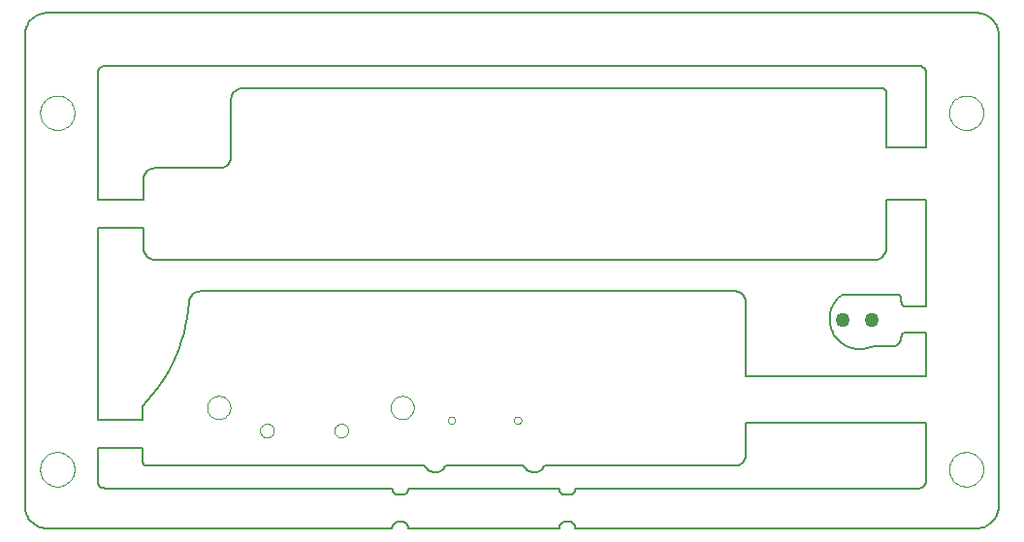
<source format=gbp>
G75*
G70*
%OFA0B0*%
%FSLAX24Y24*%
%IPPOS*%
%LPD*%
%AMOC8*
5,1,8,0,0,1.08239X$1,22.5*
%
%ADD10C,0.0050*%
%ADD11C,0.0000*%
%ADD12C,0.0500*%
D10*
X001677Y000927D02*
X013545Y000927D01*
X013545Y000955D01*
X013549Y000983D01*
X013556Y001010D01*
X013567Y001036D01*
X013581Y001060D01*
X013598Y001082D01*
X013618Y001102D01*
X013640Y001119D01*
X013664Y001133D01*
X013690Y001144D01*
X013717Y001151D01*
X013745Y001155D01*
X013895Y001155D01*
X013923Y001151D01*
X013950Y001144D01*
X013976Y001133D01*
X014000Y001119D01*
X014022Y001102D01*
X014042Y001082D01*
X014059Y001060D01*
X014073Y001036D01*
X014084Y001010D01*
X014091Y000983D01*
X014095Y000955D01*
X014095Y000927D01*
X019282Y000927D01*
X019282Y000955D01*
X019286Y000983D01*
X019293Y001010D01*
X019304Y001036D01*
X019318Y001060D01*
X019335Y001082D01*
X019355Y001102D01*
X019377Y001119D01*
X019401Y001133D01*
X019427Y001144D01*
X019454Y001151D01*
X019482Y001155D01*
X019632Y001155D01*
X019632Y001156D02*
X019661Y001152D01*
X019688Y001145D01*
X019714Y001135D01*
X019739Y001121D01*
X019762Y001104D01*
X019782Y001084D01*
X019800Y001062D01*
X019814Y001037D01*
X019826Y001011D01*
X019833Y000984D01*
X019837Y000956D01*
X019838Y000928D01*
X019837Y000927D02*
X033631Y000927D01*
X033630Y000927D02*
X033684Y000929D01*
X033738Y000934D01*
X033791Y000943D01*
X033844Y000956D01*
X033895Y000973D01*
X033945Y000993D01*
X033993Y001017D01*
X034040Y001044D01*
X034085Y001075D01*
X034127Y001108D01*
X034167Y001145D01*
X034204Y001184D01*
X034238Y001226D01*
X034269Y001270D01*
X034297Y001316D01*
X034321Y001364D01*
X034342Y001414D01*
X034360Y001465D01*
X034374Y001517D01*
X034384Y001570D01*
X034390Y001624D01*
X034392Y001677D01*
X034392Y017896D01*
X034392Y017895D02*
X034390Y017949D01*
X034383Y018003D01*
X034373Y018056D01*
X034360Y018108D01*
X034342Y018159D01*
X034321Y018209D01*
X034297Y018257D01*
X034269Y018303D01*
X034237Y018347D01*
X034203Y018388D01*
X034166Y018427D01*
X034126Y018464D01*
X034084Y018497D01*
X034040Y018528D01*
X033993Y018555D01*
X033945Y018578D01*
X033895Y018599D01*
X033843Y018615D01*
X033791Y018628D01*
X033738Y018637D01*
X033684Y018643D01*
X033631Y018644D01*
X001677Y018644D01*
X001624Y018642D01*
X001570Y018637D01*
X001518Y018627D01*
X001466Y018614D01*
X001415Y018597D01*
X001366Y018577D01*
X001318Y018553D01*
X001272Y018526D01*
X001228Y018495D01*
X001186Y018462D01*
X001147Y018425D01*
X001111Y018386D01*
X001077Y018345D01*
X001046Y018301D01*
X001019Y018255D01*
X000995Y018207D01*
X000975Y018158D01*
X000958Y018107D01*
X000944Y018055D01*
X000935Y018003D01*
X000929Y017949D01*
X000927Y017896D01*
X000927Y001677D01*
X000929Y001623D01*
X000935Y001570D01*
X000944Y001518D01*
X000957Y001466D01*
X000974Y001415D01*
X000995Y001365D01*
X001019Y001318D01*
X001046Y001272D01*
X001077Y001228D01*
X001110Y001186D01*
X001147Y001147D01*
X001186Y001110D01*
X001228Y001077D01*
X001272Y001046D01*
X001318Y001019D01*
X001365Y000995D01*
X001415Y000974D01*
X001466Y000957D01*
X001518Y000944D01*
X001570Y000935D01*
X001623Y000929D01*
X001677Y000927D01*
X003677Y002305D02*
X013545Y002305D01*
X013545Y002277D01*
X013549Y002249D01*
X013556Y002222D01*
X013567Y002196D01*
X013581Y002172D01*
X013598Y002150D01*
X013618Y002130D01*
X013640Y002113D01*
X013664Y002099D01*
X013690Y002088D01*
X013717Y002081D01*
X013745Y002077D01*
X013895Y002077D01*
X013923Y002081D01*
X013950Y002088D01*
X013976Y002099D01*
X014000Y002113D01*
X014022Y002130D01*
X014042Y002150D01*
X014059Y002172D01*
X014073Y002196D01*
X014084Y002222D01*
X014091Y002249D01*
X014095Y002277D01*
X014095Y002305D01*
X019282Y002305D01*
X019282Y002277D01*
X019286Y002249D01*
X019293Y002222D01*
X019304Y002196D01*
X019318Y002172D01*
X019335Y002150D01*
X019355Y002130D01*
X019377Y002113D01*
X019401Y002099D01*
X019427Y002088D01*
X019454Y002081D01*
X019482Y002077D01*
X019632Y002077D01*
X019661Y002081D01*
X019688Y002088D01*
X019714Y002098D01*
X019739Y002112D01*
X019762Y002129D01*
X019782Y002149D01*
X019800Y002171D01*
X019814Y002196D01*
X019826Y002222D01*
X019833Y002249D01*
X019837Y002277D01*
X019838Y002305D01*
X019837Y002305D02*
X031642Y002305D01*
X031672Y002307D01*
X031702Y002312D01*
X031731Y002321D01*
X031758Y002334D01*
X031784Y002349D01*
X031808Y002368D01*
X031829Y002389D01*
X031848Y002413D01*
X031863Y002439D01*
X031876Y002466D01*
X031885Y002495D01*
X031890Y002525D01*
X031892Y002555D01*
X031892Y004570D01*
X025710Y004570D01*
X025710Y003477D01*
X025708Y003438D01*
X025702Y003399D01*
X025693Y003361D01*
X025680Y003324D01*
X025663Y003288D01*
X025643Y003255D01*
X025619Y003223D01*
X025593Y003194D01*
X025564Y003168D01*
X025532Y003144D01*
X025499Y003124D01*
X025463Y003107D01*
X025426Y003094D01*
X025388Y003085D01*
X025349Y003079D01*
X025310Y003077D01*
X018790Y003077D01*
X018770Y003043D01*
X018747Y003011D01*
X018721Y002981D01*
X018692Y002954D01*
X018661Y002930D01*
X018628Y002908D01*
X018593Y002890D01*
X018556Y002876D01*
X018518Y002865D01*
X018479Y002857D01*
X018440Y002853D01*
X018400Y002853D01*
X018361Y002857D01*
X018322Y002865D01*
X018284Y002876D01*
X018247Y002890D01*
X018212Y002908D01*
X018179Y002930D01*
X018148Y002954D01*
X018119Y002981D01*
X018093Y003011D01*
X018070Y003043D01*
X018050Y003077D01*
X015390Y003077D01*
X015370Y003043D01*
X015347Y003011D01*
X015321Y002981D01*
X015292Y002954D01*
X015261Y002930D01*
X015228Y002908D01*
X015193Y002890D01*
X015156Y002876D01*
X015118Y002865D01*
X015079Y002857D01*
X015040Y002853D01*
X015000Y002853D01*
X014961Y002857D01*
X014922Y002865D01*
X014884Y002876D01*
X014847Y002890D01*
X014812Y002908D01*
X014779Y002930D01*
X014748Y002954D01*
X014719Y002981D01*
X014693Y003011D01*
X014670Y003043D01*
X014650Y003077D01*
X005110Y003077D01*
X005085Y003082D01*
X005062Y003091D01*
X005039Y003103D01*
X005019Y003118D01*
X005001Y003136D01*
X004986Y003156D01*
X004974Y003178D01*
X004965Y003202D01*
X004960Y003227D01*
X004958Y003252D01*
X004960Y003277D01*
X004960Y003683D01*
X003427Y003683D01*
X003427Y002527D01*
X003431Y002499D01*
X003438Y002471D01*
X003448Y002444D01*
X003461Y002419D01*
X003477Y002396D01*
X003496Y002374D01*
X003517Y002355D01*
X003541Y002339D01*
X003566Y002326D01*
X003593Y002316D01*
X003620Y002309D01*
X003648Y002305D01*
X003677Y002305D01*
X003427Y004671D02*
X004960Y004671D01*
X004960Y005127D01*
X003427Y004671D02*
X003427Y011245D01*
X004994Y011245D01*
X004994Y010564D01*
X004996Y010525D01*
X005002Y010486D01*
X005011Y010448D01*
X005024Y010411D01*
X005041Y010375D01*
X005061Y010342D01*
X005085Y010310D01*
X005111Y010281D01*
X005140Y010255D01*
X005172Y010231D01*
X005205Y010211D01*
X005241Y010194D01*
X005278Y010181D01*
X005316Y010172D01*
X005355Y010166D01*
X005394Y010164D01*
X030138Y010164D01*
X030177Y010166D01*
X030216Y010172D01*
X030254Y010181D01*
X030291Y010194D01*
X030327Y010211D01*
X030360Y010231D01*
X030392Y010255D01*
X030421Y010281D01*
X030447Y010310D01*
X030471Y010342D01*
X030491Y010375D01*
X030508Y010411D01*
X030521Y010448D01*
X030530Y010486D01*
X030536Y010525D01*
X030538Y010564D01*
X030538Y012220D01*
X031892Y012220D01*
X031892Y008560D01*
X031192Y008560D01*
X031169Y008564D01*
X031147Y008571D01*
X031126Y008581D01*
X031107Y008594D01*
X031090Y008610D01*
X031076Y008628D01*
X031064Y008648D01*
X031055Y008669D01*
X031049Y008691D01*
X031046Y008714D01*
X031047Y008737D01*
X031046Y008738D02*
X031046Y008800D01*
X031046Y008823D01*
X031042Y008846D01*
X031036Y008868D01*
X031026Y008889D01*
X031014Y008908D01*
X030999Y008925D01*
X030981Y008940D01*
X030962Y008953D01*
X030941Y008962D01*
X030919Y008968D01*
X030896Y008972D01*
X029019Y008972D01*
X028969Y008934D01*
X028921Y008893D01*
X028876Y008849D01*
X028834Y008803D01*
X028794Y008754D01*
X028758Y008702D01*
X028725Y008649D01*
X028695Y008594D01*
X028668Y008537D01*
X028645Y008478D01*
X028626Y008418D01*
X028610Y008357D01*
X028598Y008296D01*
X028589Y008233D01*
X028585Y008170D01*
X028584Y008108D01*
X028587Y008045D01*
X028594Y007982D01*
X028605Y007920D01*
X028619Y007859D01*
X028637Y007799D01*
X028659Y007740D01*
X028684Y007682D01*
X028713Y007626D01*
X028745Y007572D01*
X028780Y007520D01*
X028818Y007470D01*
X028859Y007422D01*
X028904Y007377D01*
X028950Y007335D01*
X028999Y007296D01*
X029051Y007260D01*
X029104Y007227D01*
X029160Y007197D01*
X029217Y007171D01*
X029275Y007148D01*
X029335Y007129D01*
X029396Y007113D01*
X029458Y007101D01*
X029520Y007093D01*
X029583Y007089D01*
X029646Y007088D01*
X029709Y007092D01*
X029771Y007099D01*
X029833Y007110D01*
X029895Y007124D01*
X029955Y007142D01*
X030014Y007164D01*
X030071Y007190D01*
X030731Y007190D01*
X030764Y007192D01*
X030797Y007198D01*
X030829Y007207D01*
X030860Y007219D01*
X030890Y007234D01*
X030918Y007253D01*
X030943Y007274D01*
X030966Y007298D01*
X030987Y007324D01*
X031005Y007352D01*
X031020Y007382D01*
X031031Y007413D01*
X031040Y007445D01*
X031045Y007478D01*
X031046Y007511D01*
X031047Y007511D02*
X031050Y007534D01*
X031057Y007556D01*
X031067Y007577D01*
X031080Y007597D01*
X031095Y007614D01*
X031113Y007629D01*
X031133Y007641D01*
X031154Y007651D01*
X031177Y007657D01*
X031200Y007660D01*
X031223Y007659D01*
X031223Y007660D02*
X031892Y007660D01*
X031892Y006158D01*
X025710Y006158D01*
X025710Y008677D01*
X025708Y008716D01*
X025702Y008755D01*
X025693Y008793D01*
X025680Y008830D01*
X025663Y008866D01*
X025643Y008899D01*
X025619Y008931D01*
X025593Y008960D01*
X025564Y008986D01*
X025532Y009010D01*
X025499Y009030D01*
X025463Y009047D01*
X025426Y009060D01*
X025388Y009069D01*
X025349Y009075D01*
X025310Y009077D01*
X006960Y009077D01*
X006921Y009075D01*
X006882Y009069D01*
X006844Y009060D01*
X006807Y009047D01*
X006771Y009030D01*
X006738Y009010D01*
X006706Y008986D01*
X006677Y008960D01*
X006651Y008931D01*
X006627Y008899D01*
X006607Y008866D01*
X006590Y008830D01*
X006577Y008793D01*
X006568Y008755D01*
X006562Y008716D01*
X006560Y008677D01*
X006534Y008413D01*
X006496Y008151D01*
X006446Y007891D01*
X006384Y007633D01*
X006310Y007379D01*
X006224Y007129D01*
X006126Y006882D01*
X006017Y006641D01*
X005897Y006404D01*
X005767Y006174D01*
X005625Y005950D01*
X005473Y005733D01*
X005312Y005523D01*
X005141Y005321D01*
X004960Y005127D01*
X004994Y012233D02*
X003427Y012233D01*
X003427Y016586D01*
X003429Y016616D01*
X003434Y016646D01*
X003443Y016675D01*
X003456Y016702D01*
X003471Y016728D01*
X003490Y016752D01*
X003511Y016773D01*
X003535Y016792D01*
X003561Y016807D01*
X003588Y016820D01*
X003617Y016829D01*
X003647Y016834D01*
X003677Y016836D01*
X031642Y016836D01*
X031672Y016834D01*
X031702Y016829D01*
X031731Y016820D01*
X031758Y016807D01*
X031784Y016792D01*
X031808Y016773D01*
X031829Y016752D01*
X031848Y016728D01*
X031863Y016702D01*
X031876Y016675D01*
X031885Y016646D01*
X031890Y016616D01*
X031892Y016586D01*
X031892Y014008D01*
X030538Y014008D01*
X030538Y015914D01*
X030536Y015937D01*
X030531Y015960D01*
X030522Y015982D01*
X030509Y016002D01*
X030494Y016020D01*
X030476Y016035D01*
X030456Y016048D01*
X030434Y016057D01*
X030411Y016062D01*
X030388Y016064D01*
X008410Y016064D01*
X008371Y016062D01*
X008332Y016056D01*
X008294Y016047D01*
X008257Y016034D01*
X008221Y016017D01*
X008188Y015997D01*
X008156Y015973D01*
X008127Y015947D01*
X008101Y015918D01*
X008077Y015886D01*
X008057Y015853D01*
X008040Y015817D01*
X008027Y015780D01*
X008018Y015742D01*
X008012Y015703D01*
X008010Y015664D01*
X008010Y013714D01*
X008008Y013675D01*
X008002Y013636D01*
X007993Y013598D01*
X007980Y013561D01*
X007963Y013525D01*
X007943Y013492D01*
X007919Y013460D01*
X007893Y013431D01*
X007864Y013405D01*
X007832Y013381D01*
X007799Y013361D01*
X007763Y013344D01*
X007726Y013331D01*
X007688Y013322D01*
X007649Y013316D01*
X007610Y013314D01*
X005394Y013314D01*
X005355Y013312D01*
X005316Y013306D01*
X005278Y013297D01*
X005241Y013284D01*
X005205Y013267D01*
X005172Y013247D01*
X005140Y013223D01*
X005111Y013197D01*
X005085Y013168D01*
X005061Y013136D01*
X005041Y013103D01*
X005024Y013067D01*
X005011Y013030D01*
X005002Y012992D01*
X004996Y012953D01*
X004994Y012914D01*
X004994Y012233D01*
D11*
X001440Y015215D02*
X001442Y015263D01*
X001448Y015311D01*
X001458Y015358D01*
X001471Y015404D01*
X001489Y015449D01*
X001509Y015493D01*
X001534Y015535D01*
X001562Y015574D01*
X001592Y015611D01*
X001626Y015645D01*
X001663Y015677D01*
X001701Y015706D01*
X001742Y015731D01*
X001785Y015753D01*
X001830Y015771D01*
X001876Y015785D01*
X001923Y015796D01*
X001971Y015803D01*
X002019Y015806D01*
X002067Y015805D01*
X002115Y015800D01*
X002163Y015791D01*
X002209Y015779D01*
X002254Y015762D01*
X002298Y015742D01*
X002340Y015719D01*
X002380Y015692D01*
X002418Y015662D01*
X002453Y015629D01*
X002485Y015593D01*
X002515Y015555D01*
X002541Y015514D01*
X002563Y015471D01*
X002583Y015427D01*
X002598Y015382D01*
X002610Y015335D01*
X002618Y015287D01*
X002622Y015239D01*
X002622Y015191D01*
X002618Y015143D01*
X002610Y015095D01*
X002598Y015048D01*
X002583Y015003D01*
X002563Y014959D01*
X002541Y014916D01*
X002515Y014875D01*
X002485Y014837D01*
X002453Y014801D01*
X002418Y014768D01*
X002380Y014738D01*
X002340Y014711D01*
X002298Y014688D01*
X002254Y014668D01*
X002209Y014651D01*
X002163Y014639D01*
X002115Y014630D01*
X002067Y014625D01*
X002019Y014624D01*
X001971Y014627D01*
X001923Y014634D01*
X001876Y014645D01*
X001830Y014659D01*
X001785Y014677D01*
X001742Y014699D01*
X001701Y014724D01*
X001663Y014753D01*
X001626Y014785D01*
X001592Y014819D01*
X001562Y014856D01*
X001534Y014895D01*
X001509Y014937D01*
X001489Y014981D01*
X001471Y015026D01*
X001458Y015072D01*
X001448Y015119D01*
X001442Y015167D01*
X001440Y015215D01*
X007182Y005080D02*
X007184Y005120D01*
X007190Y005159D01*
X007200Y005198D01*
X007213Y005235D01*
X007231Y005271D01*
X007252Y005305D01*
X007276Y005337D01*
X007303Y005366D01*
X007333Y005393D01*
X007365Y005416D01*
X007400Y005436D01*
X007436Y005452D01*
X007474Y005465D01*
X007513Y005474D01*
X007552Y005479D01*
X007592Y005480D01*
X007632Y005477D01*
X007671Y005470D01*
X007709Y005459D01*
X007747Y005445D01*
X007782Y005426D01*
X007815Y005405D01*
X007847Y005380D01*
X007875Y005352D01*
X007901Y005322D01*
X007923Y005289D01*
X007942Y005254D01*
X007958Y005217D01*
X007970Y005179D01*
X007978Y005140D01*
X007982Y005100D01*
X007982Y005060D01*
X007978Y005020D01*
X007970Y004981D01*
X007958Y004943D01*
X007942Y004906D01*
X007923Y004871D01*
X007901Y004838D01*
X007875Y004808D01*
X007847Y004780D01*
X007815Y004755D01*
X007782Y004734D01*
X007747Y004715D01*
X007709Y004701D01*
X007671Y004690D01*
X007632Y004683D01*
X007592Y004680D01*
X007552Y004681D01*
X007513Y004686D01*
X007474Y004695D01*
X007436Y004708D01*
X007400Y004724D01*
X007365Y004744D01*
X007333Y004767D01*
X007303Y004794D01*
X007276Y004823D01*
X007252Y004855D01*
X007231Y004889D01*
X007213Y004925D01*
X007200Y004962D01*
X007190Y005001D01*
X007184Y005040D01*
X007182Y005080D01*
X009001Y004288D02*
X009003Y004318D01*
X009009Y004348D01*
X009018Y004377D01*
X009031Y004404D01*
X009048Y004429D01*
X009067Y004452D01*
X009090Y004473D01*
X009115Y004490D01*
X009141Y004504D01*
X009170Y004514D01*
X009199Y004521D01*
X009229Y004524D01*
X009260Y004523D01*
X009290Y004518D01*
X009319Y004509D01*
X009346Y004497D01*
X009372Y004482D01*
X009396Y004463D01*
X009417Y004441D01*
X009435Y004417D01*
X009450Y004390D01*
X009461Y004362D01*
X009469Y004333D01*
X009473Y004303D01*
X009473Y004273D01*
X009469Y004243D01*
X009461Y004214D01*
X009450Y004186D01*
X009435Y004159D01*
X009417Y004135D01*
X009396Y004113D01*
X009372Y004094D01*
X009346Y004079D01*
X009319Y004067D01*
X009290Y004058D01*
X009260Y004053D01*
X009229Y004052D01*
X009199Y004055D01*
X009170Y004062D01*
X009141Y004072D01*
X009115Y004086D01*
X009090Y004103D01*
X009067Y004124D01*
X009048Y004147D01*
X009031Y004172D01*
X009018Y004199D01*
X009009Y004228D01*
X009003Y004258D01*
X009001Y004288D01*
X011560Y004288D02*
X011562Y004318D01*
X011568Y004348D01*
X011577Y004377D01*
X011590Y004404D01*
X011607Y004429D01*
X011626Y004452D01*
X011649Y004473D01*
X011674Y004490D01*
X011700Y004504D01*
X011729Y004514D01*
X011758Y004521D01*
X011788Y004524D01*
X011819Y004523D01*
X011849Y004518D01*
X011878Y004509D01*
X011905Y004497D01*
X011931Y004482D01*
X011955Y004463D01*
X011976Y004441D01*
X011994Y004417D01*
X012009Y004390D01*
X012020Y004362D01*
X012028Y004333D01*
X012032Y004303D01*
X012032Y004273D01*
X012028Y004243D01*
X012020Y004214D01*
X012009Y004186D01*
X011994Y004159D01*
X011976Y004135D01*
X011955Y004113D01*
X011931Y004094D01*
X011905Y004079D01*
X011878Y004067D01*
X011849Y004058D01*
X011819Y004053D01*
X011788Y004052D01*
X011758Y004055D01*
X011729Y004062D01*
X011700Y004072D01*
X011674Y004086D01*
X011649Y004103D01*
X011626Y004124D01*
X011607Y004147D01*
X011590Y004172D01*
X011577Y004199D01*
X011568Y004228D01*
X011562Y004258D01*
X011560Y004288D01*
X013487Y005080D02*
X013489Y005120D01*
X013495Y005159D01*
X013505Y005198D01*
X013518Y005235D01*
X013536Y005271D01*
X013557Y005305D01*
X013581Y005337D01*
X013608Y005366D01*
X013638Y005393D01*
X013670Y005416D01*
X013705Y005436D01*
X013741Y005452D01*
X013779Y005465D01*
X013818Y005474D01*
X013857Y005479D01*
X013897Y005480D01*
X013937Y005477D01*
X013976Y005470D01*
X014014Y005459D01*
X014052Y005445D01*
X014087Y005426D01*
X014120Y005405D01*
X014152Y005380D01*
X014180Y005352D01*
X014206Y005322D01*
X014228Y005289D01*
X014247Y005254D01*
X014263Y005217D01*
X014275Y005179D01*
X014283Y005140D01*
X014287Y005100D01*
X014287Y005060D01*
X014283Y005020D01*
X014275Y004981D01*
X014263Y004943D01*
X014247Y004906D01*
X014228Y004871D01*
X014206Y004838D01*
X014180Y004808D01*
X014152Y004780D01*
X014120Y004755D01*
X014087Y004734D01*
X014052Y004715D01*
X014014Y004701D01*
X013976Y004690D01*
X013937Y004683D01*
X013897Y004680D01*
X013857Y004681D01*
X013818Y004686D01*
X013779Y004695D01*
X013741Y004708D01*
X013705Y004724D01*
X013670Y004744D01*
X013638Y004767D01*
X013608Y004794D01*
X013581Y004823D01*
X013557Y004855D01*
X013536Y004889D01*
X013518Y004925D01*
X013505Y004962D01*
X013495Y005001D01*
X013489Y005040D01*
X013487Y005080D01*
X015454Y004643D02*
X015456Y004665D01*
X015462Y004687D01*
X015471Y004707D01*
X015484Y004725D01*
X015500Y004741D01*
X015518Y004754D01*
X015538Y004763D01*
X015560Y004769D01*
X015582Y004771D01*
X015604Y004769D01*
X015626Y004763D01*
X015646Y004754D01*
X015664Y004741D01*
X015680Y004725D01*
X015693Y004707D01*
X015702Y004687D01*
X015708Y004665D01*
X015710Y004643D01*
X015708Y004621D01*
X015702Y004599D01*
X015693Y004579D01*
X015680Y004561D01*
X015664Y004545D01*
X015646Y004532D01*
X015626Y004523D01*
X015604Y004517D01*
X015582Y004515D01*
X015560Y004517D01*
X015538Y004523D01*
X015518Y004532D01*
X015500Y004545D01*
X015484Y004561D01*
X015471Y004579D01*
X015462Y004599D01*
X015456Y004621D01*
X015454Y004643D01*
X017729Y004643D02*
X017731Y004665D01*
X017737Y004687D01*
X017746Y004707D01*
X017759Y004725D01*
X017775Y004741D01*
X017793Y004754D01*
X017813Y004763D01*
X017835Y004769D01*
X017857Y004771D01*
X017879Y004769D01*
X017901Y004763D01*
X017921Y004754D01*
X017939Y004741D01*
X017955Y004725D01*
X017968Y004707D01*
X017977Y004687D01*
X017983Y004665D01*
X017985Y004643D01*
X017983Y004621D01*
X017977Y004599D01*
X017968Y004579D01*
X017955Y004561D01*
X017939Y004545D01*
X017921Y004532D01*
X017901Y004523D01*
X017879Y004517D01*
X017857Y004515D01*
X017835Y004517D01*
X017813Y004523D01*
X017793Y004532D01*
X017775Y004545D01*
X017759Y004561D01*
X017746Y004579D01*
X017737Y004599D01*
X017731Y004621D01*
X017729Y004643D01*
X032687Y002959D02*
X032689Y003007D01*
X032695Y003055D01*
X032705Y003102D01*
X032718Y003148D01*
X032736Y003193D01*
X032756Y003237D01*
X032781Y003279D01*
X032809Y003318D01*
X032839Y003355D01*
X032873Y003389D01*
X032910Y003421D01*
X032948Y003450D01*
X032989Y003475D01*
X033032Y003497D01*
X033077Y003515D01*
X033123Y003529D01*
X033170Y003540D01*
X033218Y003547D01*
X033266Y003550D01*
X033314Y003549D01*
X033362Y003544D01*
X033410Y003535D01*
X033456Y003523D01*
X033501Y003506D01*
X033545Y003486D01*
X033587Y003463D01*
X033627Y003436D01*
X033665Y003406D01*
X033700Y003373D01*
X033732Y003337D01*
X033762Y003299D01*
X033788Y003258D01*
X033810Y003215D01*
X033830Y003171D01*
X033845Y003126D01*
X033857Y003079D01*
X033865Y003031D01*
X033869Y002983D01*
X033869Y002935D01*
X033865Y002887D01*
X033857Y002839D01*
X033845Y002792D01*
X033830Y002747D01*
X033810Y002703D01*
X033788Y002660D01*
X033762Y002619D01*
X033732Y002581D01*
X033700Y002545D01*
X033665Y002512D01*
X033627Y002482D01*
X033587Y002455D01*
X033545Y002432D01*
X033501Y002412D01*
X033456Y002395D01*
X033410Y002383D01*
X033362Y002374D01*
X033314Y002369D01*
X033266Y002368D01*
X033218Y002371D01*
X033170Y002378D01*
X033123Y002389D01*
X033077Y002403D01*
X033032Y002421D01*
X032989Y002443D01*
X032948Y002468D01*
X032910Y002497D01*
X032873Y002529D01*
X032839Y002563D01*
X032809Y002600D01*
X032781Y002639D01*
X032756Y002681D01*
X032736Y002725D01*
X032718Y002770D01*
X032705Y002816D01*
X032695Y002863D01*
X032689Y002911D01*
X032687Y002959D01*
X032687Y015215D02*
X032689Y015263D01*
X032695Y015311D01*
X032705Y015358D01*
X032718Y015404D01*
X032736Y015449D01*
X032756Y015493D01*
X032781Y015535D01*
X032809Y015574D01*
X032839Y015611D01*
X032873Y015645D01*
X032910Y015677D01*
X032948Y015706D01*
X032989Y015731D01*
X033032Y015753D01*
X033077Y015771D01*
X033123Y015785D01*
X033170Y015796D01*
X033218Y015803D01*
X033266Y015806D01*
X033314Y015805D01*
X033362Y015800D01*
X033410Y015791D01*
X033456Y015779D01*
X033501Y015762D01*
X033545Y015742D01*
X033587Y015719D01*
X033627Y015692D01*
X033665Y015662D01*
X033700Y015629D01*
X033732Y015593D01*
X033762Y015555D01*
X033788Y015514D01*
X033810Y015471D01*
X033830Y015427D01*
X033845Y015382D01*
X033857Y015335D01*
X033865Y015287D01*
X033869Y015239D01*
X033869Y015191D01*
X033865Y015143D01*
X033857Y015095D01*
X033845Y015048D01*
X033830Y015003D01*
X033810Y014959D01*
X033788Y014916D01*
X033762Y014875D01*
X033732Y014837D01*
X033700Y014801D01*
X033665Y014768D01*
X033627Y014738D01*
X033587Y014711D01*
X033545Y014688D01*
X033501Y014668D01*
X033456Y014651D01*
X033410Y014639D01*
X033362Y014630D01*
X033314Y014625D01*
X033266Y014624D01*
X033218Y014627D01*
X033170Y014634D01*
X033123Y014645D01*
X033077Y014659D01*
X033032Y014677D01*
X032989Y014699D01*
X032948Y014724D01*
X032910Y014753D01*
X032873Y014785D01*
X032839Y014819D01*
X032809Y014856D01*
X032781Y014895D01*
X032756Y014937D01*
X032736Y014981D01*
X032718Y015026D01*
X032705Y015072D01*
X032695Y015119D01*
X032689Y015167D01*
X032687Y015215D01*
X001440Y002959D02*
X001442Y003007D01*
X001448Y003055D01*
X001458Y003102D01*
X001471Y003148D01*
X001489Y003193D01*
X001509Y003237D01*
X001534Y003279D01*
X001562Y003318D01*
X001592Y003355D01*
X001626Y003389D01*
X001663Y003421D01*
X001701Y003450D01*
X001742Y003475D01*
X001785Y003497D01*
X001830Y003515D01*
X001876Y003529D01*
X001923Y003540D01*
X001971Y003547D01*
X002019Y003550D01*
X002067Y003549D01*
X002115Y003544D01*
X002163Y003535D01*
X002209Y003523D01*
X002254Y003506D01*
X002298Y003486D01*
X002340Y003463D01*
X002380Y003436D01*
X002418Y003406D01*
X002453Y003373D01*
X002485Y003337D01*
X002515Y003299D01*
X002541Y003258D01*
X002563Y003215D01*
X002583Y003171D01*
X002598Y003126D01*
X002610Y003079D01*
X002618Y003031D01*
X002622Y002983D01*
X002622Y002935D01*
X002618Y002887D01*
X002610Y002839D01*
X002598Y002792D01*
X002583Y002747D01*
X002563Y002703D01*
X002541Y002660D01*
X002515Y002619D01*
X002485Y002581D01*
X002453Y002545D01*
X002418Y002512D01*
X002380Y002482D01*
X002340Y002455D01*
X002298Y002432D01*
X002254Y002412D01*
X002209Y002395D01*
X002163Y002383D01*
X002115Y002374D01*
X002067Y002369D01*
X002019Y002368D01*
X001971Y002371D01*
X001923Y002378D01*
X001876Y002389D01*
X001830Y002403D01*
X001785Y002421D01*
X001742Y002443D01*
X001701Y002468D01*
X001663Y002497D01*
X001626Y002529D01*
X001592Y002563D01*
X001562Y002600D01*
X001534Y002639D01*
X001509Y002681D01*
X001489Y002725D01*
X001471Y002770D01*
X001458Y002816D01*
X001448Y002863D01*
X001442Y002911D01*
X001440Y002959D01*
D12*
X029046Y008102D03*
X030046Y008102D03*
M02*

</source>
